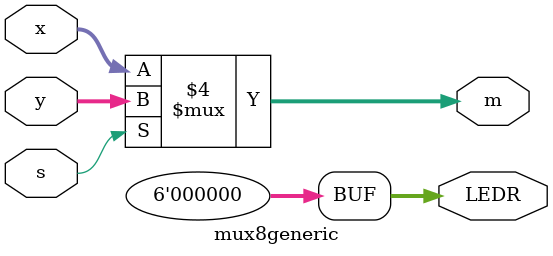
<source format=v>
module mux8generic
#(parameter N = 4)					//set parameter to 4 since we dont have enough inputs for 8
(input wire [N-1:0] x,				//make 4 x and y inputs
input wire [N-1:0] y,
input wire s,							//make 1 input for our selector
output reg [N-1:0] m,				//outputs for our mux
output [9:4] LEDR						//outputs for unused LEDs
);

assign LEDR = 6'b000000;			//drive unused LEDs low

always @(*)
	if(s == 0)							//if s equals 0 set m to x
		m = x;
	else									//otherwise set m to y
		m = y;
		
endmodule
</source>
